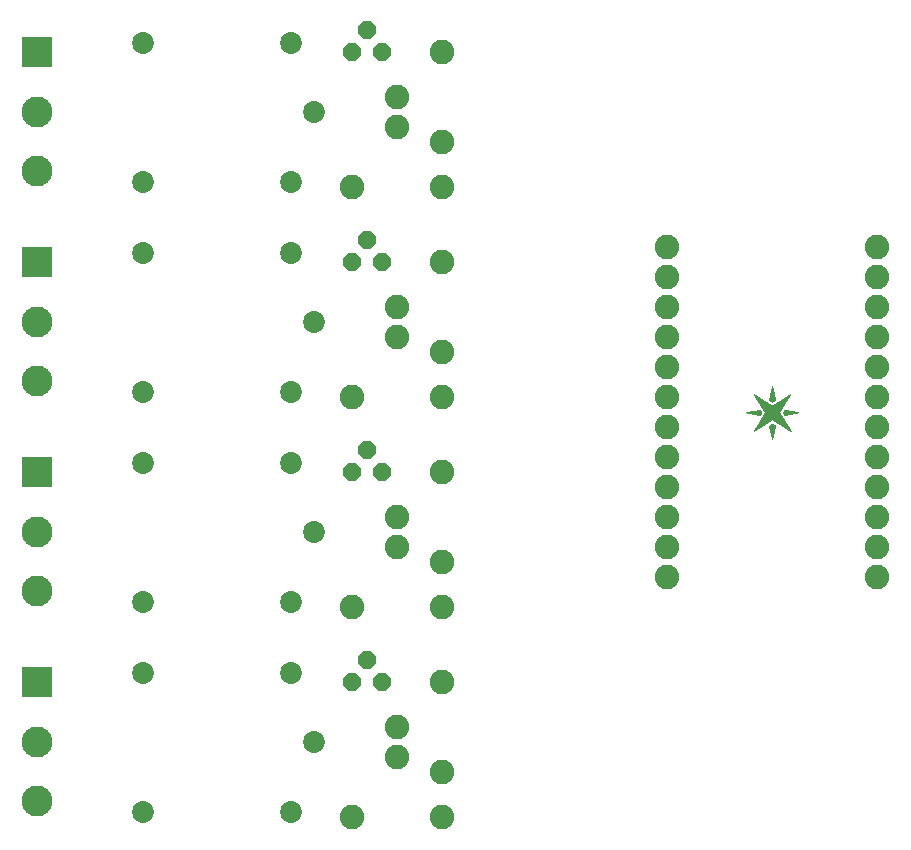
<source format=gts>
G75*
G70*
%OFA0B0*%
%FSLAX24Y24*%
%IPPOS*%
%LPD*%
%AMOC8*
5,1,8,0,0,1.08239X$1,22.5*
%
%ADD10C,0.0820*%
%ADD11C,0.0010*%
%ADD12C,0.0730*%
%ADD13R,0.1030X0.1030*%
%ADD14C,0.1030*%
%ADD15OC8,0.0600*%
D10*
X012600Y001760D03*
X014100Y003760D03*
X014100Y004760D03*
X015600Y003260D03*
X015600Y001760D03*
X015600Y006260D03*
X015600Y008760D03*
X015600Y010260D03*
X014100Y010760D03*
X014100Y011760D03*
X015600Y013260D03*
X015600Y015760D03*
X015600Y017260D03*
X014100Y017760D03*
X014100Y018760D03*
X015600Y020260D03*
X015600Y022760D03*
X015600Y024260D03*
X014100Y024760D03*
X014100Y025760D03*
X015600Y027260D03*
X012600Y022760D03*
X012600Y015760D03*
X012600Y008760D03*
X023100Y009760D03*
X023100Y010760D03*
X023100Y011760D03*
X023100Y012760D03*
X023100Y013760D03*
X023100Y014760D03*
X023100Y015760D03*
X023100Y016760D03*
X023100Y017760D03*
X023100Y018760D03*
X023100Y019760D03*
X023100Y020760D03*
X030100Y020760D03*
X030100Y019760D03*
X030100Y018760D03*
X030100Y017760D03*
X030100Y016760D03*
X030100Y015760D03*
X030100Y014760D03*
X030100Y013760D03*
X030100Y012760D03*
X030100Y011760D03*
X030100Y010760D03*
X030100Y009760D03*
D11*
X026600Y014380D02*
X026700Y014820D01*
X026600Y014890D01*
X026500Y014820D01*
X026600Y014380D01*
X026598Y014387D02*
X026602Y014387D01*
X026604Y014396D02*
X026596Y014396D01*
X026594Y014404D02*
X026606Y014404D01*
X026607Y014413D02*
X026593Y014413D01*
X026591Y014421D02*
X026609Y014421D01*
X026611Y014430D02*
X026589Y014430D01*
X026587Y014438D02*
X026613Y014438D01*
X026615Y014447D02*
X026585Y014447D01*
X026583Y014455D02*
X026617Y014455D01*
X026619Y014464D02*
X026581Y014464D01*
X026579Y014472D02*
X026621Y014472D01*
X026623Y014481D02*
X026577Y014481D01*
X026575Y014489D02*
X026625Y014489D01*
X026627Y014498D02*
X026573Y014498D01*
X026571Y014506D02*
X026629Y014506D01*
X026631Y014515D02*
X026569Y014515D01*
X026567Y014523D02*
X026633Y014523D01*
X026635Y014532D02*
X026565Y014532D01*
X026564Y014540D02*
X026636Y014540D01*
X026638Y014549D02*
X026562Y014549D01*
X026560Y014557D02*
X026640Y014557D01*
X026642Y014566D02*
X026558Y014566D01*
X026556Y014574D02*
X026644Y014574D01*
X026646Y014583D02*
X026554Y014583D01*
X026552Y014591D02*
X026648Y014591D01*
X026650Y014600D02*
X026550Y014600D01*
X026548Y014608D02*
X026652Y014608D01*
X026654Y014617D02*
X026546Y014617D01*
X026544Y014625D02*
X026656Y014625D01*
X026658Y014634D02*
X026542Y014634D01*
X026540Y014642D02*
X026660Y014642D01*
X026662Y014651D02*
X026538Y014651D01*
X026536Y014659D02*
X026664Y014659D01*
X026665Y014668D02*
X026535Y014668D01*
X026533Y014676D02*
X026667Y014676D01*
X026669Y014685D02*
X026531Y014685D01*
X026529Y014693D02*
X026671Y014693D01*
X026673Y014702D02*
X026527Y014702D01*
X026525Y014710D02*
X026675Y014710D01*
X026677Y014719D02*
X026523Y014719D01*
X026521Y014727D02*
X026679Y014727D01*
X026681Y014736D02*
X026519Y014736D01*
X026517Y014744D02*
X026683Y014744D01*
X026685Y014753D02*
X026515Y014753D01*
X026513Y014761D02*
X026687Y014761D01*
X026689Y014770D02*
X026511Y014770D01*
X026509Y014778D02*
X026691Y014778D01*
X026692Y014787D02*
X026508Y014787D01*
X026506Y014795D02*
X026694Y014795D01*
X026696Y014804D02*
X026504Y014804D01*
X026502Y014812D02*
X026698Y014812D01*
X026699Y014821D02*
X026501Y014821D01*
X026513Y014829D02*
X026687Y014829D01*
X026674Y014838D02*
X026526Y014838D01*
X026538Y014846D02*
X026662Y014846D01*
X026650Y014855D02*
X026550Y014855D01*
X026562Y014863D02*
X026638Y014863D01*
X026626Y014872D02*
X026574Y014872D01*
X026586Y014880D02*
X026614Y014880D01*
X026602Y014889D02*
X026598Y014889D01*
X026525Y014991D02*
X026205Y014991D01*
X026210Y014999D02*
X026538Y014999D01*
X026551Y015008D02*
X026216Y015008D01*
X026221Y015016D02*
X026564Y015016D01*
X026577Y015025D02*
X026226Y015025D01*
X026231Y015033D02*
X026590Y015033D01*
X026600Y015040D02*
X027220Y014630D01*
X026820Y015260D01*
X027200Y015870D01*
X026600Y015480D01*
X025990Y015860D01*
X026370Y015260D01*
X025990Y014640D01*
X026600Y015040D01*
X026610Y015033D02*
X026964Y015033D01*
X026969Y015025D02*
X026623Y015025D01*
X026636Y015016D02*
X026975Y015016D01*
X026980Y015008D02*
X026649Y015008D01*
X026661Y014999D02*
X026985Y014999D01*
X026991Y014991D02*
X026674Y014991D01*
X026687Y014982D02*
X026996Y014982D01*
X027002Y014974D02*
X026700Y014974D01*
X026713Y014965D02*
X027007Y014965D01*
X027012Y014957D02*
X026726Y014957D01*
X026738Y014948D02*
X027018Y014948D01*
X027023Y014940D02*
X026751Y014940D01*
X026764Y014931D02*
X027029Y014931D01*
X027034Y014923D02*
X026777Y014923D01*
X026790Y014914D02*
X027039Y014914D01*
X027045Y014906D02*
X026803Y014906D01*
X026816Y014897D02*
X027050Y014897D01*
X027056Y014889D02*
X026828Y014889D01*
X026841Y014880D02*
X027061Y014880D01*
X027066Y014872D02*
X026854Y014872D01*
X026867Y014863D02*
X027072Y014863D01*
X027077Y014855D02*
X026880Y014855D01*
X026893Y014846D02*
X027083Y014846D01*
X027088Y014838D02*
X026906Y014838D01*
X026918Y014829D02*
X027093Y014829D01*
X027099Y014821D02*
X026931Y014821D01*
X026944Y014812D02*
X027104Y014812D01*
X027110Y014804D02*
X026957Y014804D01*
X026970Y014795D02*
X027115Y014795D01*
X027120Y014787D02*
X026983Y014787D01*
X026996Y014778D02*
X027126Y014778D01*
X027131Y014770D02*
X027008Y014770D01*
X027021Y014761D02*
X027137Y014761D01*
X027142Y014753D02*
X027034Y014753D01*
X027047Y014744D02*
X027147Y014744D01*
X027153Y014736D02*
X027060Y014736D01*
X027073Y014727D02*
X027158Y014727D01*
X027164Y014719D02*
X027086Y014719D01*
X027098Y014710D02*
X027169Y014710D01*
X027174Y014702D02*
X027111Y014702D01*
X027124Y014693D02*
X027180Y014693D01*
X027185Y014685D02*
X027137Y014685D01*
X027150Y014676D02*
X027191Y014676D01*
X027196Y014668D02*
X027163Y014668D01*
X027176Y014659D02*
X027201Y014659D01*
X027207Y014651D02*
X027188Y014651D01*
X027201Y014642D02*
X027212Y014642D01*
X027214Y014634D02*
X027218Y014634D01*
X026958Y015042D02*
X026236Y015042D01*
X026242Y015050D02*
X026953Y015050D01*
X026948Y015059D02*
X026247Y015059D01*
X026252Y015067D02*
X026942Y015067D01*
X026937Y015076D02*
X026257Y015076D01*
X026262Y015084D02*
X026931Y015084D01*
X026926Y015093D02*
X026268Y015093D01*
X026273Y015101D02*
X026921Y015101D01*
X026915Y015110D02*
X026278Y015110D01*
X026283Y015118D02*
X026910Y015118D01*
X026904Y015127D02*
X026288Y015127D01*
X026294Y015135D02*
X026899Y015135D01*
X026894Y015144D02*
X026299Y015144D01*
X026304Y015152D02*
X026888Y015152D01*
X026883Y015161D02*
X026309Y015161D01*
X026314Y015169D02*
X026878Y015169D01*
X026872Y015178D02*
X026320Y015178D01*
X026325Y015186D02*
X026867Y015186D01*
X026861Y015195D02*
X026330Y015195D01*
X026335Y015203D02*
X026856Y015203D01*
X026851Y015212D02*
X026341Y015212D01*
X026346Y015220D02*
X026845Y015220D01*
X026840Y015229D02*
X026351Y015229D01*
X026356Y015237D02*
X026834Y015237D01*
X026829Y015246D02*
X026361Y015246D01*
X026367Y015254D02*
X026824Y015254D01*
X026822Y015263D02*
X026368Y015263D01*
X026363Y015271D02*
X026827Y015271D01*
X026832Y015280D02*
X026357Y015280D01*
X026352Y015288D02*
X026838Y015288D01*
X026843Y015297D02*
X026347Y015297D01*
X026341Y015305D02*
X026848Y015305D01*
X026854Y015314D02*
X026336Y015314D01*
X026330Y015322D02*
X026859Y015322D01*
X026864Y015331D02*
X026325Y015331D01*
X026320Y015339D02*
X026869Y015339D01*
X026875Y015348D02*
X026314Y015348D01*
X026309Y015356D02*
X026880Y015356D01*
X026885Y015365D02*
X026304Y015365D01*
X026298Y015373D02*
X026891Y015373D01*
X026896Y015382D02*
X026293Y015382D01*
X026287Y015390D02*
X026901Y015390D01*
X026907Y015399D02*
X026282Y015399D01*
X026277Y015407D02*
X026912Y015407D01*
X026917Y015416D02*
X026271Y015416D01*
X026266Y015424D02*
X026922Y015424D01*
X026928Y015433D02*
X026260Y015433D01*
X026255Y015441D02*
X026933Y015441D01*
X026938Y015450D02*
X026250Y015450D01*
X026244Y015458D02*
X026944Y015458D01*
X026949Y015467D02*
X026239Y015467D01*
X026234Y015475D02*
X026954Y015475D01*
X026960Y015484D02*
X026606Y015484D01*
X026594Y015484D02*
X026228Y015484D01*
X026223Y015492D02*
X026580Y015492D01*
X026566Y015501D02*
X026217Y015501D01*
X026212Y015509D02*
X026553Y015509D01*
X026539Y015518D02*
X026207Y015518D01*
X026201Y015526D02*
X026525Y015526D01*
X026512Y015535D02*
X026196Y015535D01*
X026190Y015543D02*
X026498Y015543D01*
X026485Y015552D02*
X026185Y015552D01*
X026180Y015560D02*
X026471Y015560D01*
X026457Y015569D02*
X026174Y015569D01*
X026169Y015577D02*
X026444Y015577D01*
X026430Y015586D02*
X026164Y015586D01*
X026158Y015594D02*
X026416Y015594D01*
X026403Y015603D02*
X026153Y015603D01*
X026147Y015611D02*
X026389Y015611D01*
X026375Y015620D02*
X026142Y015620D01*
X026137Y015628D02*
X026362Y015628D01*
X026348Y015637D02*
X026131Y015637D01*
X026126Y015645D02*
X026334Y015645D01*
X026321Y015654D02*
X026121Y015654D01*
X026115Y015662D02*
X026307Y015662D01*
X026293Y015671D02*
X026110Y015671D01*
X026104Y015679D02*
X026280Y015679D01*
X026266Y015688D02*
X026099Y015688D01*
X026094Y015696D02*
X026253Y015696D01*
X026239Y015705D02*
X026088Y015705D01*
X026083Y015713D02*
X026225Y015713D01*
X026212Y015722D02*
X026077Y015722D01*
X026072Y015730D02*
X026198Y015730D01*
X026184Y015739D02*
X026067Y015739D01*
X026061Y015747D02*
X026171Y015747D01*
X026157Y015756D02*
X026056Y015756D01*
X026051Y015764D02*
X026143Y015764D01*
X026130Y015773D02*
X026045Y015773D01*
X026040Y015781D02*
X026116Y015781D01*
X026102Y015790D02*
X026034Y015790D01*
X026029Y015798D02*
X026089Y015798D01*
X026075Y015807D02*
X026024Y015807D01*
X026018Y015815D02*
X026062Y015815D01*
X026048Y015824D02*
X026013Y015824D01*
X026007Y015832D02*
X026034Y015832D01*
X026021Y015841D02*
X026002Y015841D01*
X025997Y015849D02*
X026007Y015849D01*
X025993Y015858D02*
X025991Y015858D01*
X026083Y015331D02*
X026193Y015331D01*
X026198Y015322D02*
X026039Y015322D01*
X025996Y015314D02*
X026204Y015314D01*
X026210Y015305D02*
X025952Y015305D01*
X025909Y015297D02*
X026215Y015297D01*
X026221Y015288D02*
X025865Y015288D01*
X025822Y015280D02*
X026227Y015280D01*
X026232Y015271D02*
X025778Y015271D01*
X025792Y015246D02*
X026231Y015246D01*
X026236Y015254D02*
X025748Y015254D01*
X025735Y015263D02*
X026238Y015263D01*
X026240Y015260D02*
X026180Y015350D01*
X025720Y015260D01*
X026180Y015170D01*
X026240Y015260D01*
X026225Y015237D02*
X025835Y015237D01*
X025879Y015229D02*
X026219Y015229D01*
X026214Y015220D02*
X025922Y015220D01*
X025966Y015212D02*
X026208Y015212D01*
X026202Y015203D02*
X026009Y015203D01*
X026053Y015195D02*
X026197Y015195D01*
X026191Y015186D02*
X026096Y015186D01*
X026139Y015178D02*
X026185Y015178D01*
X026187Y015339D02*
X026126Y015339D01*
X026169Y015348D02*
X026181Y015348D01*
X026200Y014982D02*
X026512Y014982D01*
X026499Y014974D02*
X026195Y014974D01*
X026189Y014965D02*
X026486Y014965D01*
X026473Y014957D02*
X026184Y014957D01*
X026179Y014948D02*
X026460Y014948D01*
X026447Y014940D02*
X026174Y014940D01*
X026169Y014931D02*
X026434Y014931D01*
X026421Y014923D02*
X026163Y014923D01*
X026158Y014914D02*
X026408Y014914D01*
X026396Y014906D02*
X026153Y014906D01*
X026148Y014897D02*
X026383Y014897D01*
X026370Y014889D02*
X026143Y014889D01*
X026137Y014880D02*
X026357Y014880D01*
X026344Y014872D02*
X026132Y014872D01*
X026127Y014863D02*
X026331Y014863D01*
X026318Y014855D02*
X026122Y014855D01*
X026117Y014846D02*
X026305Y014846D01*
X026292Y014838D02*
X026111Y014838D01*
X026106Y014829D02*
X026279Y014829D01*
X026266Y014821D02*
X026101Y014821D01*
X026096Y014812D02*
X026253Y014812D01*
X026240Y014804D02*
X026090Y014804D01*
X026085Y014795D02*
X026227Y014795D01*
X026214Y014787D02*
X026080Y014787D01*
X026075Y014778D02*
X026201Y014778D01*
X026188Y014770D02*
X026070Y014770D01*
X026064Y014761D02*
X026175Y014761D01*
X026162Y014753D02*
X026059Y014753D01*
X026054Y014744D02*
X026149Y014744D01*
X026136Y014736D02*
X026049Y014736D01*
X026044Y014727D02*
X026123Y014727D01*
X026110Y014719D02*
X026038Y014719D01*
X026033Y014710D02*
X026097Y014710D01*
X026084Y014702D02*
X026028Y014702D01*
X026023Y014693D02*
X026071Y014693D01*
X026058Y014685D02*
X026018Y014685D01*
X026012Y014676D02*
X026046Y014676D01*
X026033Y014668D02*
X026007Y014668D01*
X026002Y014659D02*
X026020Y014659D01*
X026007Y014651D02*
X025997Y014651D01*
X025994Y014642D02*
X025991Y014642D01*
X026619Y015492D02*
X026965Y015492D01*
X026970Y015501D02*
X026632Y015501D01*
X026645Y015509D02*
X026975Y015509D01*
X026981Y015518D02*
X026658Y015518D01*
X026671Y015526D02*
X026986Y015526D01*
X026991Y015535D02*
X026685Y015535D01*
X026698Y015543D02*
X026997Y015543D01*
X027002Y015552D02*
X026711Y015552D01*
X026724Y015560D02*
X027007Y015560D01*
X027012Y015569D02*
X026737Y015569D01*
X026750Y015577D02*
X027018Y015577D01*
X027023Y015586D02*
X026763Y015586D01*
X026776Y015594D02*
X027028Y015594D01*
X027034Y015603D02*
X026789Y015603D01*
X026802Y015611D02*
X027039Y015611D01*
X027044Y015620D02*
X026815Y015620D01*
X026828Y015628D02*
X027050Y015628D01*
X027055Y015637D02*
X026841Y015637D01*
X026855Y015645D02*
X027060Y015645D01*
X027065Y015654D02*
X026868Y015654D01*
X026881Y015662D02*
X027071Y015662D01*
X027076Y015671D02*
X026894Y015671D01*
X026907Y015679D02*
X027081Y015679D01*
X027087Y015688D02*
X026920Y015688D01*
X026933Y015696D02*
X027092Y015696D01*
X027097Y015705D02*
X026946Y015705D01*
X026959Y015713D02*
X027102Y015713D01*
X027108Y015722D02*
X026972Y015722D01*
X026985Y015730D02*
X027113Y015730D01*
X027118Y015739D02*
X026998Y015739D01*
X027011Y015747D02*
X027124Y015747D01*
X027129Y015756D02*
X027025Y015756D01*
X027038Y015764D02*
X027134Y015764D01*
X027140Y015773D02*
X027051Y015773D01*
X027064Y015781D02*
X027145Y015781D01*
X027150Y015790D02*
X027077Y015790D01*
X027090Y015798D02*
X027155Y015798D01*
X027161Y015807D02*
X027103Y015807D01*
X027116Y015815D02*
X027166Y015815D01*
X027171Y015824D02*
X027129Y015824D01*
X027142Y015832D02*
X027177Y015832D01*
X027182Y015841D02*
X027155Y015841D01*
X027168Y015849D02*
X027187Y015849D01*
X027181Y015858D02*
X027192Y015858D01*
X027195Y015866D02*
X027198Y015866D01*
X026683Y015756D02*
X026517Y015756D01*
X026518Y015764D02*
X026682Y015764D01*
X026680Y015773D02*
X026520Y015773D01*
X026522Y015781D02*
X026678Y015781D01*
X026676Y015790D02*
X026524Y015790D01*
X026526Y015798D02*
X026674Y015798D01*
X026672Y015807D02*
X026528Y015807D01*
X026529Y015815D02*
X026671Y015815D01*
X026669Y015824D02*
X026531Y015824D01*
X026533Y015832D02*
X026667Y015832D01*
X026665Y015841D02*
X026535Y015841D01*
X026537Y015849D02*
X026663Y015849D01*
X026661Y015858D02*
X026539Y015858D01*
X026541Y015866D02*
X026659Y015866D01*
X026658Y015875D02*
X026542Y015875D01*
X026544Y015883D02*
X026656Y015883D01*
X026654Y015892D02*
X026546Y015892D01*
X026548Y015900D02*
X026652Y015900D01*
X026650Y015909D02*
X026550Y015909D01*
X026552Y015917D02*
X026648Y015917D01*
X026647Y015926D02*
X026553Y015926D01*
X026555Y015934D02*
X026645Y015934D01*
X026643Y015943D02*
X026557Y015943D01*
X026559Y015951D02*
X026641Y015951D01*
X026639Y015960D02*
X026561Y015960D01*
X026563Y015968D02*
X026637Y015968D01*
X026635Y015977D02*
X026565Y015977D01*
X026566Y015985D02*
X026634Y015985D01*
X026632Y015994D02*
X026568Y015994D01*
X026570Y016002D02*
X026630Y016002D01*
X026628Y016011D02*
X026572Y016011D01*
X026574Y016019D02*
X026626Y016019D01*
X026624Y016028D02*
X026576Y016028D01*
X026577Y016036D02*
X026623Y016036D01*
X026621Y016045D02*
X026579Y016045D01*
X026581Y016053D02*
X026619Y016053D01*
X026617Y016062D02*
X026583Y016062D01*
X026585Y016070D02*
X026615Y016070D01*
X026613Y016079D02*
X026587Y016079D01*
X026589Y016087D02*
X026611Y016087D01*
X026610Y016096D02*
X026590Y016096D01*
X026592Y016104D02*
X026608Y016104D01*
X026606Y016113D02*
X026594Y016113D01*
X026596Y016121D02*
X026604Y016121D01*
X026602Y016130D02*
X026598Y016130D01*
X026600Y016138D02*
X026600Y016138D01*
X026600Y016140D02*
X026700Y015680D01*
X026600Y015620D01*
X026500Y015680D01*
X026600Y016140D01*
X026515Y015747D02*
X026685Y015747D01*
X026687Y015739D02*
X026513Y015739D01*
X026511Y015730D02*
X026689Y015730D01*
X026691Y015722D02*
X026509Y015722D01*
X026507Y015713D02*
X026693Y015713D01*
X026695Y015705D02*
X026505Y015705D01*
X026504Y015696D02*
X026696Y015696D01*
X026698Y015688D02*
X026502Y015688D01*
X026501Y015679D02*
X026699Y015679D01*
X026685Y015671D02*
X026515Y015671D01*
X026529Y015662D02*
X026671Y015662D01*
X026657Y015654D02*
X026543Y015654D01*
X026558Y015645D02*
X026642Y015645D01*
X026628Y015637D02*
X026572Y015637D01*
X026586Y015628D02*
X026614Y015628D01*
X027020Y015350D02*
X027460Y015260D01*
X027020Y015170D01*
X026960Y015260D01*
X027020Y015350D01*
X027019Y015348D02*
X027030Y015348D01*
X027013Y015339D02*
X027072Y015339D01*
X027113Y015331D02*
X027007Y015331D01*
X027002Y015322D02*
X027155Y015322D01*
X027196Y015314D02*
X026996Y015314D01*
X026990Y015305D02*
X027238Y015305D01*
X027279Y015297D02*
X026985Y015297D01*
X026979Y015288D02*
X027321Y015288D01*
X027363Y015280D02*
X026973Y015280D01*
X026968Y015271D02*
X027404Y015271D01*
X027391Y015246D02*
X026969Y015246D01*
X026964Y015254D02*
X027433Y015254D01*
X027446Y015263D02*
X026962Y015263D01*
X026975Y015237D02*
X027350Y015237D01*
X027308Y015229D02*
X026981Y015229D01*
X026986Y015220D02*
X027267Y015220D01*
X027225Y015212D02*
X026992Y015212D01*
X026998Y015203D02*
X027183Y015203D01*
X027142Y015195D02*
X027003Y015195D01*
X027009Y015186D02*
X027100Y015186D01*
X027059Y015178D02*
X027015Y015178D01*
D12*
X011338Y018260D03*
X010570Y015947D03*
X010570Y013573D03*
X011338Y011260D03*
X010570Y008947D03*
X010570Y006573D03*
X011338Y004260D03*
X010570Y001947D03*
X005630Y001947D03*
X005630Y006573D03*
X005630Y008947D03*
X005630Y013573D03*
X005630Y015947D03*
X005630Y020573D03*
X005630Y022947D03*
X005630Y027573D03*
X010570Y027573D03*
X011338Y025260D03*
X010570Y022947D03*
X010570Y020573D03*
D13*
X002100Y020260D03*
X002100Y013260D03*
X002100Y006260D03*
X002100Y027260D03*
D14*
X002100Y002323D03*
X002100Y004291D03*
X002100Y009323D03*
X002100Y011291D03*
X002100Y016323D03*
X002100Y018291D03*
X002100Y023323D03*
X002100Y025291D03*
D15*
X012600Y027260D03*
X013100Y028010D03*
X013600Y027260D03*
X013100Y021010D03*
X012600Y020260D03*
X013600Y020260D03*
X013100Y014010D03*
X012600Y013260D03*
X013600Y013260D03*
X013100Y007010D03*
X012600Y006260D03*
X013600Y006260D03*
M02*

</source>
